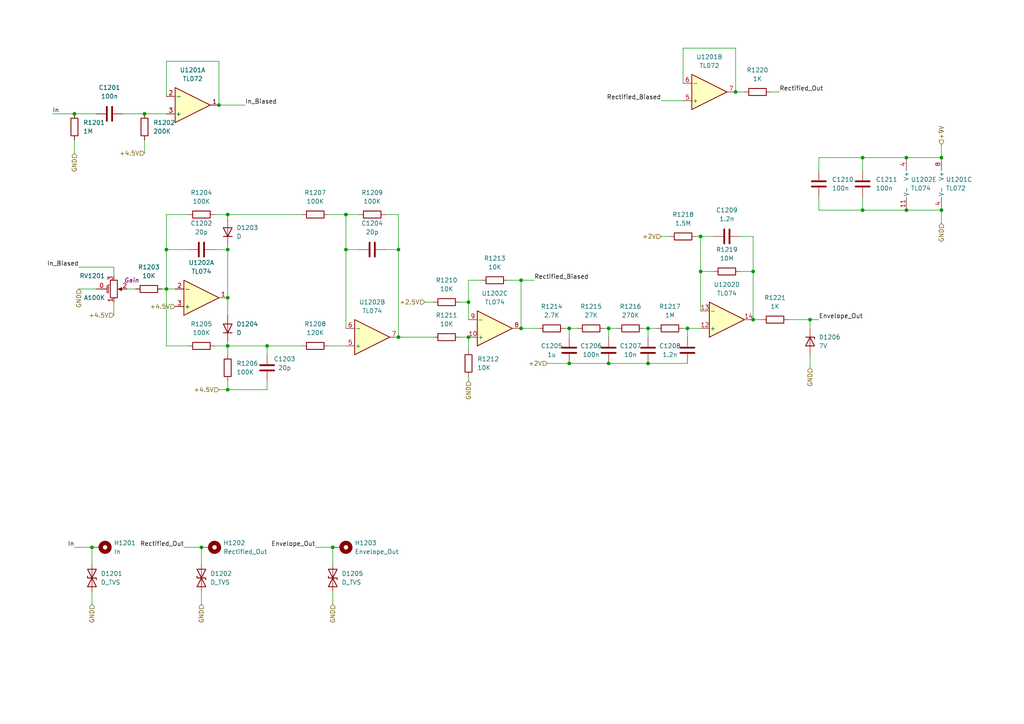
<source format=kicad_sch>
(kicad_sch (version 20211123) (generator eeschema)
  (paper "A4")
  (lib_symbols
    (symbol "Amplifier_Operational:TL072" (pin_names (offset 0.127))
      (property "Reference" "U" (at 0 5.08 0))
      (property "Value" "TL072" (at 0 -5.08 0))
      (symbol "TL072_1_1"
        (polyline (pts (xy -5.08 5.08) (xy 5.08 0) (xy -5.08 -5.08) (xy -5.08 5.08)) (stroke (width 0.254)) (fill (type background)))
        (pin output line (at 7.62 0 180) (length 2.54) (name "~") (number "1"))
        (pin input line (at -7.62 -2.54 0) (length 2.54) (name "-") (number "2"))
        (pin input line (at -7.62 2.54 0) (length 2.54) (name "+") (number "3"))
      )
      (symbol "TL072_2_1"
        (polyline (pts (xy -5.08 5.08) (xy 5.08 0) (xy -5.08 -5.08) (xy -5.08 5.08)) (stroke (width 0.254)) (fill (type background)))
        (pin input line (at -7.62 2.54 0) (length 2.54) (name "+") (number "5"))
        (pin input line (at -7.62 -2.54 0) (length 2.54) (name "-") (number "6"))
        (pin output line (at 7.62 0 180) (length 2.54) (name "~") (number "7"))
      )
      (symbol "TL072_3_1"
        (pin power_in line (at -2.54 -7.62 90) (length 3.81) (name "V-") (number "4"))
        (pin power_in line (at -2.54 7.62 270) (length 3.81) (name "V+") (number "8"))
      )
    )
    (symbol "Amplifier_Operational:TL074" (pin_names (offset 0.127))
      (property "Reference" "U" (at 0 5.08 0))
      (property "Value" "TL074" (at 0 -5.08 0))
      (symbol "TL074_1_1"
        (polyline (pts (xy -5.08 5.08) (xy 5.08 0) (xy -5.08 -5.08) (xy -5.08 5.08)) (stroke (width 0.254)) (fill (type background)))
        (pin output line (at 7.62 0 180) (length 2.54) (name "~") (number "1"))
        (pin input line (at -7.62 -2.54 0) (length 2.54) (name "-") (number "2"))
        (pin input line (at -7.62 2.54 0) (length 2.54) (name "+") (number "3"))
      )
      (symbol "TL074_2_1"
        (polyline (pts (xy -5.08 5.08) (xy 5.08 0) (xy -5.08 -5.08) (xy -5.08 5.08)) (stroke (width 0.254)) (fill (type background)))
        (pin input line (at -7.62 2.54 0) (length 2.54) (name "+") (number "5"))
        (pin input line (at -7.62 -2.54 0) (length 2.54) (name "-") (number "6"))
        (pin output line (at 7.62 0 180) (length 2.54) (name "~") (number "7"))
      )
      (symbol "TL074_3_1"
        (polyline (pts (xy -5.08 5.08) (xy 5.08 0) (xy -5.08 -5.08) (xy -5.08 5.08)) (stroke (width 0.254)) (fill (type background)))
        (pin input line (at -7.62 2.54 0) (length 2.54) (name "+") (number "10"))
        (pin output line (at 7.62 0 180) (length 2.54) (name "~") (number "8"))
        (pin input line (at -7.62 -2.54 0) (length 2.54) (name "-") (number "9"))
      )
      (symbol "TL074_4_1"
        (polyline (pts (xy -5.08 5.08) (xy 5.08 0) (xy -5.08 -5.08) (xy -5.08 5.08)) (stroke (width 0.254)) (fill (type background)))
        (pin input line (at -7.62 2.54 0) (length 2.54) (name "+") (number "12"))
        (pin input line (at -7.62 -2.54 0) (length 2.54) (name "-") (number "13"))
        (pin output line (at 7.62 0 180) (length 2.54) (name "~") (number "14"))
      )
      (symbol "TL074_5_1"
        (pin power_in line (at -2.54 -7.62 90) (length 3.81) (name "V-") (number "11"))
        (pin power_in line (at -2.54 7.62 270) (length 3.81) (name "V+") (number "4"))
      )
    )
    (symbol "Device:C" (pin_numbers hide) (pin_names (offset 0.254))
      (property "Reference" "C" (at 0.635 2.54 0))
      (property "Value" "C" (at 0.635 -2.54 0))
      (symbol "C_0_1"
        (polyline (pts (xy -2.032 -0.762) (xy 2.032 -0.762)) (stroke (width 0.508)))
        (polyline (pts (xy -2.032 0.762) (xy 2.032 0.762)) (stroke (width 0.508)))
      )
      (symbol "C_1_1"
        (pin passive line (at 0 3.81 270) (length 2.794) (name "~") (number "1"))
        (pin passive line (at 0 -3.81 90) (length 2.794) (name "~") (number "2"))
      )
    )
    (symbol "Device:D" (pin_numbers hide) (pin_names (offset 1.016) hide)
      (property "Reference" "D" (at 0 2.54 0))
      (property "Value" "D" (at 0 -2.54 0))
      (symbol "D_0_1"
        (polyline (pts (xy -1.27 1.27) (xy -1.27 -1.27)) (stroke (width 0.254)))
        (polyline (pts (xy 1.27 0) (xy -1.27 0)))
        (polyline (pts (xy 1.27 1.27) (xy 1.27 -1.27) (xy -1.27 0) (xy 1.27 1.27)) (stroke (width 0.254)))
      )
      (symbol "D_1_1"
        (pin passive line (at -3.81 0 0) (length 2.54) (name "K") (number "1"))
        (pin passive line (at 3.81 0 180) (length 2.54) (name "A") (number "2"))
      )
    )
    (symbol "Device:D_TVS" (pin_numbers hide) (pin_names (offset 1.016) hide)
      (property "Reference" "D" (at 0 2.54 0))
      (property "Value" "D_TVS" (at 0 -2.54 0))
      (symbol "D_TVS_0_1"
        (polyline (pts (xy 1.27 0) (xy -1.27 0)))
        (polyline (pts (xy 0.508 1.27) (xy 0 1.27) (xy 0 -1.27) (xy -0.508 -1.27)) (stroke (width 0.254)))
        (polyline (pts (xy -2.54 1.27) (xy -2.54 -1.27) (xy 2.54 1.27) (xy 2.54 -1.27) (xy -2.54 1.27)) (stroke (width 0.254)))
      )
      (symbol "D_TVS_1_1"
        (pin passive line (at -3.81 0 0) (length 2.54) (name "A1") (number "1"))
        (pin passive line (at 3.81 0 180) (length 2.54) (name "A2") (number "2"))
      )
    )
    (symbol "Device:D_Zener" (pin_numbers hide) (pin_names (offset 1.016) hide)
      (property "Reference" "D" (at 0 2.54 0))
      (property "Value" "D_Zener" (at 0 -2.54 0))
      (symbol "D_Zener_0_1"
        (polyline (pts (xy 1.27 0) (xy -1.27 0)))
        (polyline (pts (xy -1.27 -1.27) (xy -1.27 1.27) (xy -0.762 1.27)) (stroke (width 0.254)))
        (polyline (pts (xy 1.27 -1.27) (xy 1.27 1.27) (xy -1.27 0) (xy 1.27 -1.27)) (stroke (width 0.254)))
      )
      (symbol "D_Zener_1_1"
        (pin passive line (at -3.81 0 0) (length 2.54) (name "K") (number "1"))
        (pin passive line (at 3.81 0 180) (length 2.54) (name "A") (number "2"))
      )
    )
    (symbol "Device:R" (pin_numbers hide) (pin_names (offset 0))
      (property "Reference" "R" (at 2.032 0 90))
      (property "Value" "R" (at 0 0 90))
      (symbol "R_0_1"
        (rectangle (start -1.016 -2.54) (end 1.016 2.54) (stroke (width 0.254)))
      )
      (symbol "R_1_1"
        (pin passive line (at 0 3.81 270) (length 1.27) (name "~") (number "1"))
        (pin passive line (at 0 -3.81 90) (length 1.27) (name "~") (number "2"))
      )
    )
    (symbol "Mechanical:MountingHole_Pad" (pin_numbers hide) (pin_names (offset 1.016) hide)
      (property "Reference" "H" (at 0 6.35 0))
      (property "Value" "MountingHole_Pad" (at 0 4.445 0))
      (symbol "MountingHole_Pad_0_1"
        (circle (center 0 1.27) (radius 1.27) (stroke (width 1.27)))
      )
      (symbol "MountingHole_Pad_1_1"
        (pin input line (at 0 -2.54 90) (length 2.54) (name "1") (number "1"))
      )
    )
    (symbol "R0904NB10KL-25KQ:R_Potentiometer_Shield" (pin_names (offset 1.016) hide)
      (property "Reference" "RV" (at -8.255 0 90))
      (property "Value" "R_Potentiometer_Shield" (at -6.35 0 90))
      (symbol "R_Potentiometer_Shield_0_1"
        (polyline (pts (xy 2.54 0) (xy 1.524 0)))
        (polyline (pts (xy 1.143 0) (xy 2.286 0.508) (xy 2.286 -0.508)) (fill (type outline)))
        (rectangle (start 1.016 2.54) (end -1.016 -2.54) (stroke (width 0.254)))
      )
      (symbol "R_Potentiometer_Shield_1_1"
        (polyline (pts (xy -2.032 1.016) (xy -2.032 -1.016)) (stroke (width 0.1524)))
        (text "Mounting" (at -1.651 0 900) (effects (font (size 0.381 0.381))))
        (pin passive line (at -5.08 0 0) (length 3.048) (name "ShieldPin") (number "0"))
        (pin passive line (at 0 3.81 270) (length 1.27) (name "1") (number "1"))
        (pin passive line (at 3.81 0 180) (length 1.27) (name "2") (number "2"))
        (pin passive line (at 0 -3.81 90) (length 1.27) (name "3") (number "3"))
      )
    )
  )
  (junction (at 218.44 92.71))
  (junction (at 262.89 45.72))
  (junction (at 213.36 26.67))
  (junction (at 115.57 72.39))
  (junction (at 187.96 95.25))
  (junction (at 100.33 72.39))
  (junction (at 66.04 113.03))
  (junction (at 250.19 45.72))
  (junction (at 135.89 97.79))
  (junction (at 262.89 60.96))
  (junction (at 151.13 81.28))
  (junction (at 41.91 33.02))
  (junction (at 176.53 105.41))
  (junction (at 203.2 78.74))
  (junction (at 96.52 158.75))
  (junction (at 58.42 158.75))
  (junction (at 135.89 87.63))
  (junction (at 48.26 83.82))
  (junction (at 48.26 72.39))
  (junction (at 250.19 60.96))
  (junction (at 26.67 158.75))
  (junction (at 234.95 92.71))
  (junction (at 115.57 97.79))
  (junction (at 273.05 45.72))
  (junction (at 66.04 86.36))
  (junction (at 187.96 105.41))
  (junction (at 218.44 78.74))
  (junction (at 66.04 62.23))
  (junction (at 273.05 60.96))
  (junction (at 66.04 72.39))
  (junction (at 151.13 95.25))
  (junction (at 165.1 105.41))
  (junction (at 100.33 62.23))
  (junction (at 77.47 100.33))
  (junction (at 176.53 95.25))
  (junction (at 199.39 95.25))
  (junction (at 203.2 68.58))
  (junction (at 21.59 33.02))
  (junction (at 165.1 95.25))
  (junction (at 66.04 100.33))
  (junction (at 63.5 30.48))
  (wire (pts (xy 100.33 95.25) (xy 100.33 72.39)))
  (wire (pts (xy 21.59 40.64) (xy 21.59 44.45)))
  (wire (pts (xy 91.44 158.75) (xy 96.52 158.75)))
  (wire (pts (xy 176.53 95.25) (xy 179.07 95.25)))
  (wire (pts (xy 77.47 102.87) (xy 77.47 100.33)))
  (wire (pts (xy 66.04 110.49) (xy 66.04 113.03)))
  (wire (pts (xy 234.95 102.87) (xy 234.95 106.68)))
  (wire (pts (xy 250.19 60.96) (xy 262.89 60.96)))
  (wire (pts (xy 237.49 57.15) (xy 237.49 60.96)))
  (wire (pts (xy 133.35 87.63) (xy 135.89 87.63)))
  (wire (pts (xy 54.61 100.33) (xy 48.26 100.33)))
  (wire (pts (xy 66.04 71.12) (xy 66.04 72.39)))
  (wire (pts (xy 22.86 83.82) (xy 27.94 83.82)))
  (wire (pts (xy 96.52 171.45) (xy 96.52 175.26)))
  (wire (pts (xy 176.53 95.25) (xy 175.26 95.25)))
  (wire (pts (xy 62.23 62.23) (xy 66.04 62.23)))
  (wire (pts (xy 33.02 77.47) (xy 33.02 80.01)))
  (wire (pts (xy 46.99 83.82) (xy 48.26 83.82)))
  (wire (pts (xy 203.2 78.74) (xy 203.2 90.17)))
  (wire (pts (xy 21.59 158.75) (xy 26.67 158.75)))
  (wire (pts (xy 223.52 26.67) (xy 226.06 26.67)))
  (wire (pts (xy 100.33 72.39) (xy 104.14 72.39)))
  (wire (pts (xy 158.75 105.41) (xy 165.1 105.41)))
  (wire (pts (xy 135.89 109.22) (xy 135.89 110.49)))
  (wire (pts (xy 237.49 45.72) (xy 250.19 45.72)))
  (wire (pts (xy 26.67 171.45) (xy 26.67 175.26)))
  (wire (pts (xy 199.39 95.25) (xy 203.2 95.25)))
  (wire (pts (xy 111.76 72.39) (xy 115.57 72.39)))
  (wire (pts (xy 62.23 100.33) (xy 66.04 100.33)))
  (wire (pts (xy 234.95 92.71) (xy 237.49 92.71)))
  (wire (pts (xy 250.19 45.72) (xy 250.19 49.53)))
  (wire (pts (xy 151.13 81.28) (xy 151.13 95.25)))
  (wire (pts (xy 187.96 95.25) (xy 190.5 95.25)))
  (wire (pts (xy 165.1 105.41) (xy 176.53 105.41)))
  (wire (pts (xy 186.69 95.25) (xy 187.96 95.25)))
  (wire (pts (xy 151.13 81.28) (xy 154.94 81.28)))
  (wire (pts (xy 165.1 95.25) (xy 167.64 95.25)))
  (wire (pts (xy 58.42 158.75) (xy 58.42 163.83)))
  (wire (pts (xy 135.89 81.28) (xy 139.7 81.28)))
  (wire (pts (xy 203.2 78.74) (xy 207.01 78.74)))
  (wire (pts (xy 95.25 62.23) (xy 100.33 62.23)))
  (wire (pts (xy 66.04 72.39) (xy 66.04 86.36)))
  (wire (pts (xy 115.57 62.23) (xy 115.57 72.39)))
  (wire (pts (xy 77.47 100.33) (xy 87.63 100.33)))
  (wire (pts (xy 250.19 57.15) (xy 250.19 60.96)))
  (wire (pts (xy 21.59 33.02) (xy 27.94 33.02)))
  (wire (pts (xy 133.35 97.79) (xy 135.89 97.79)))
  (wire (pts (xy 26.67 158.75) (xy 26.67 163.83)))
  (wire (pts (xy 165.1 95.25) (xy 163.83 95.25)))
  (wire (pts (xy 199.39 95.25) (xy 198.12 95.25)))
  (wire (pts (xy 228.6 92.71) (xy 234.95 92.71)))
  (wire (pts (xy 234.95 92.71) (xy 234.95 95.25)))
  (wire (pts (xy 48.26 62.23) (xy 48.26 72.39)))
  (wire (pts (xy 48.26 72.39) (xy 48.26 83.82)))
  (wire (pts (xy 35.56 33.02) (xy 41.91 33.02)))
  (wire (pts (xy 48.26 27.94) (xy 48.26 17.78)))
  (wire (pts (xy 66.04 99.06) (xy 66.04 100.33)))
  (wire (pts (xy 187.96 95.25) (xy 187.96 97.79)))
  (wire (pts (xy 262.89 45.72) (xy 273.05 45.72)))
  (wire (pts (xy 191.77 68.58) (xy 194.31 68.58)))
  (wire (pts (xy 218.44 92.71) (xy 220.98 92.71)))
  (wire (pts (xy 151.13 95.25) (xy 156.21 95.25)))
  (wire (pts (xy 203.2 68.58) (xy 203.2 78.74)))
  (wire (pts (xy 213.36 13.97) (xy 213.36 26.67)))
  (wire (pts (xy 48.26 17.78) (xy 63.5 17.78)))
  (wire (pts (xy 123.19 87.63) (xy 125.73 87.63)))
  (wire (pts (xy 48.26 72.39) (xy 54.61 72.39)))
  (wire (pts (xy 62.23 72.39) (xy 66.04 72.39)))
  (wire (pts (xy 191.77 29.21) (xy 198.12 29.21)))
  (wire (pts (xy 36.83 83.82) (xy 39.37 83.82)))
  (wire (pts (xy 96.52 158.75) (xy 96.52 163.83)))
  (wire (pts (xy 135.89 97.79) (xy 135.89 101.6)))
  (wire (pts (xy 41.91 40.64) (xy 41.91 44.45)))
  (wire (pts (xy 187.96 105.41) (xy 199.39 105.41)))
  (wire (pts (xy 176.53 97.79) (xy 176.53 95.25)))
  (wire (pts (xy 66.04 100.33) (xy 77.47 100.33)))
  (wire (pts (xy 53.34 158.75) (xy 58.42 158.75)))
  (wire (pts (xy 100.33 62.23) (xy 104.14 62.23)))
  (wire (pts (xy 77.47 110.49) (xy 77.47 113.03)))
  (wire (pts (xy 218.44 68.58) (xy 218.44 78.74)))
  (wire (pts (xy 66.04 62.23) (xy 87.63 62.23)))
  (wire (pts (xy 135.89 87.63) (xy 135.89 92.71)))
  (wire (pts (xy 22.86 77.47) (xy 33.02 77.47)))
  (wire (pts (xy 199.39 97.79) (xy 199.39 95.25)))
  (wire (pts (xy 33.02 87.63) (xy 33.02 91.44)))
  (wire (pts (xy 58.42 171.45) (xy 58.42 175.26)))
  (wire (pts (xy 63.5 113.03) (xy 66.04 113.03)))
  (wire (pts (xy 214.63 68.58) (xy 218.44 68.58)))
  (wire (pts (xy 48.26 83.82) (xy 50.8 83.82)))
  (wire (pts (xy 213.36 26.67) (xy 215.9 26.67)))
  (wire (pts (xy 135.89 87.63) (xy 135.89 81.28)))
  (wire (pts (xy 198.12 24.13) (xy 198.12 13.97)))
  (wire (pts (xy 54.61 62.23) (xy 48.26 62.23)))
  (wire (pts (xy 66.04 100.33) (xy 66.04 102.87)))
  (wire (pts (xy 63.5 30.48) (xy 71.12 30.48)))
  (wire (pts (xy 273.05 60.96) (xy 273.05 64.77)))
  (wire (pts (xy 214.63 78.74) (xy 218.44 78.74)))
  (wire (pts (xy 237.49 49.53) (xy 237.49 45.72)))
  (wire (pts (xy 48.26 83.82) (xy 48.26 100.33)))
  (wire (pts (xy 66.04 63.5) (xy 66.04 62.23)))
  (wire (pts (xy 176.53 105.41) (xy 187.96 105.41)))
  (wire (pts (xy 147.32 81.28) (xy 151.13 81.28)))
  (wire (pts (xy 237.49 60.96) (xy 250.19 60.96)))
  (wire (pts (xy 66.04 113.03) (xy 77.47 113.03)))
  (wire (pts (xy 198.12 13.97) (xy 213.36 13.97)))
  (wire (pts (xy 115.57 97.79) (xy 125.73 97.79)))
  (wire (pts (xy 95.25 100.33) (xy 100.33 100.33)))
  (wire (pts (xy 203.2 68.58) (xy 207.01 68.58)))
  (wire (pts (xy 203.2 68.58) (xy 201.93 68.58)))
  (wire (pts (xy 115.57 72.39) (xy 115.57 97.79)))
  (wire (pts (xy 262.89 60.96) (xy 273.05 60.96)))
  (wire (pts (xy 273.05 41.91) (xy 273.05 45.72)))
  (wire (pts (xy 218.44 78.74) (xy 218.44 92.71)))
  (wire (pts (xy 165.1 97.79) (xy 165.1 95.25)))
  (wire (pts (xy 100.33 72.39) (xy 100.33 62.23)))
  (wire (pts (xy 66.04 86.36) (xy 66.04 91.44)))
  (wire (pts (xy 111.76 62.23) (xy 115.57 62.23)))
  (wire (pts (xy 41.91 33.02) (xy 48.26 33.02)))
  (wire (pts (xy 250.19 45.72) (xy 262.89 45.72)))
  (wire (pts (xy 63.5 17.78) (xy 63.5 30.48)))
  (wire (pts (xy 15.24 33.02) (xy 21.59 33.02)))
  (label "Envelope_Out" (at 91.44 158.75 180))
  (label "Envelope_Out" (at 237.49 92.71 0))
  (label "In" (at 21.59 158.75 180))
  (label "Rectified_Out" (at 226.06 26.67 0))
  (label "In" (at 15.24 33.02 0))
  (label "In_Biased" (at 71.12 30.48 0))
  (label "Rectified_Out" (at 53.34 158.75 180))
  (label "Rectified_Biased" (at 154.94 81.28 0))
  (label "Rectified_Biased" (at 191.77 29.21 180))
  (label "In_Biased" (at 22.86 77.47 180))
  (hierarchical_label "GND" (shape input) (at 135.89 110.49 270))
  (hierarchical_label "GND" (shape input) (at 26.67 175.26 270))
  (hierarchical_label "GND" (shape input) (at 273.05 64.77 270))
  (hierarchical_label "GND" (shape input) (at 234.95 106.68 270))
  (hierarchical_label "+2.5V" (shape input) (at 123.19 87.63 180))
  (hierarchical_label "+4.5V" (shape input) (at 33.02 91.44 180))
  (hierarchical_label "+2V" (shape input) (at 191.77 68.58 180))
  (hierarchical_label "+4.5V" (shape input) (at 63.5 113.03 180))
  (hierarchical_label "GND" (shape input) (at 22.86 83.82 270))
  (hierarchical_label "+2V" (shape input) (at 158.75 105.41 180))
  (hierarchical_label "GND" (shape input) (at 96.52 175.26 270))
  (hierarchical_label "+4.5V" (shape input) (at 50.8 88.9 180))
  (hierarchical_label "GND" (shape input) (at 21.59 44.45 270))
  (hierarchical_label "+4.5V" (shape input) (at 41.91 44.45 180))
  (hierarchical_label "GND" (shape input) (at 58.42 175.26 270))
  (hierarchical_label "+9V" (shape input) (at 273.05 41.91 90))
  (symbol (lib_id "Amplifier_Operational:TL074") (at 58.42 86.36 0) (mirror x) (unit 1)
    (property "Reference" "U1202" (at 58.42 76.2 0))
    (property "Value" "TL074" (at 58.42 78.74 0))
    (property "Footprint" "Package_SO:SOIC-14_3.9x8.7mm_P1.27mm" (effects hide))
    (property "Datasheet" "http://www.ti.com/lit/ds/symlink/tl071.pdf" (effects hide))
  )
  (symbol (lib_id "Device:D") (at 66.04 67.31 90) (unit 1)
    (property "Reference" "D1203" (at 68.58 66.0399 90) (effects (justify right)))
    (property "Value" "D" (at 68.58 68.5799 90) (effects (justify right)))
    (property "Footprint" "Diode_SMD:D_SOD-323_HandSoldering" (effects hide))
  )
  (symbol (lib_id "R0904NB10KL-25KQ:R_Potentiometer_Shield") (at 33.02 83.82 0) (mirror x) (unit 1)
    (property "Reference" "RV1201" (at 30.48 80.01 0) (effects (justify right)))
    (property "Value" "A100K" (at 30.48 86.36 0) (effects (justify right)))
    (property "Footprint" "R0904NB10KL-25KQ:V2_TRIM_R0904NB10KL-25KQ-" (effects hide))
    (property "Role" "Gain" (at 38.1 81.28 0) (effects (font italic)))
  )
  (symbol (lib_id "Device:R") (at 43.18 83.82 90) (unit 1)
    (property "Reference" "R1203" (at 43.18 77.47 90))
    (property "Value" "10K" (at 43.18 80.01 90))
    (property "Footprint" "Resistor_SMD:R_0603_1608Metric_Pad0.98x0.95mm_HandSolder" (effects hide))
  )
  (symbol (lib_id "Device:C") (at 165.1 101.6 0) (unit 1)
    (property "Reference" "C1205" (at 160.02 100.33 0))
    (property "Value" "1u" (at 160.02 102.87 0))
    (property "Footprint" "Capacitor_SMD:C_0603_1608Metric_Pad1.08x0.95mm_HandSolder" (effects hide))
  )
  (symbol (lib_id "Device:R") (at 91.44 62.23 90) (unit 1)
    (property "Reference" "R1207" (at 91.44 55.88 90))
    (property "Value" "100K" (at 91.44 58.42 90))
    (property "Footprint" "Resistor_SMD:R_0603_1608Metric_Pad0.98x0.95mm_HandSolder" (effects hide))
  )
  (symbol (lib_id "Device:C") (at 176.53 101.6 0) (unit 1)
    (property "Reference" "C1206" (at 171.45 100.33 0))
    (property "Value" "100n" (at 171.45 102.87 0))
    (property "Footprint" "Capacitor_SMD:C_0603_1608Metric_Pad1.08x0.95mm_HandSolder" (effects hide))
  )
  (symbol (lib_id "Device:R") (at 21.59 36.83 0) (unit 1)
    (property "Reference" "R1201" (at 24.13 35.5599 0) (effects (justify left)))
    (property "Value" "1M" (at 24.13 38.0999 0) (effects (justify left)))
    (property "Footprint" "Resistor_SMD:R_0603_1608Metric_Pad0.98x0.95mm_HandSolder" (effects hide))
  )
  (symbol (lib_id "Mechanical:MountingHole_Pad") (at 60.96 158.75 270) (unit 1)
    (property "Reference" "H1202" (at 64.77 157.4799 90) (effects (justify left)))
    (property "Value" "Rectified_Out" (at 64.77 160.0199 90) (effects (justify left)))
    (property "Footprint" "MountingHole:MountingHole_4.3mm_M4_Pad_TopBottom" (effects hide))
  )
  (symbol (lib_id "Device:C") (at 77.47 106.68 180) (unit 1)
    (property "Reference" "C1203" (at 82.55 104.14 0))
    (property "Value" "20p" (at 82.55 106.68 0))
    (property "Footprint" "Capacitor_SMD:C_0603_1608Metric_Pad1.08x0.95mm_HandSolder" (effects hide))
  )
  (symbol (lib_id "Amplifier_Operational:TL072") (at 275.59 53.34 0) (unit 3)
    (property "Reference" "U1201" (at 274.32 52.0699 0) (effects (justify left)))
    (property "Value" "TL072" (at 274.32 54.6099 0) (effects (justify left)))
    (property "Footprint" "Package_SO:SOIC-8_3.9x4.9mm_P1.27mm" (effects hide))
    (property "Datasheet" "http://www.ti.com/lit/ds/symlink/tl071.pdf" (effects hide))
  )
  (symbol (lib_id "Mechanical:MountingHole_Pad") (at 29.21 158.75 270) (unit 1)
    (property "Reference" "H1201" (at 33.02 157.4799 90) (effects (justify left)))
    (property "Value" "In" (at 33.02 160.0199 90) (effects (justify left)))
    (property "Footprint" "MountingHole:MountingHole_4.3mm_M4_Pad_TopBottom" (effects hide))
  )
  (symbol (lib_id "Amplifier_Operational:TL074") (at 143.51 95.25 0) (mirror x) (unit 3)
    (property "Reference" "U1202" (at 143.51 85.09 0))
    (property "Value" "TL074" (at 143.51 87.63 0))
    (property "Footprint" "Package_SO:SOIC-14_3.9x8.7mm_P1.27mm" (effects hide))
    (property "Datasheet" "http://www.ti.com/lit/ds/symlink/tl071.pdf" (effects hide))
  )
  (symbol (lib_id "Device:R") (at 107.95 62.23 90) (unit 1)
    (property "Reference" "R1209" (at 107.95 55.88 90))
    (property "Value" "100K" (at 107.95 58.42 90))
    (property "Footprint" "Resistor_SMD:R_0603_1608Metric_Pad0.98x0.95mm_HandSolder" (effects hide))
  )
  (symbol (lib_id "Device:R") (at 224.79 92.71 90) (unit 1)
    (property "Reference" "R1221" (at 224.79 86.36 90))
    (property "Value" "1K" (at 224.79 88.9 90))
    (property "Footprint" "Resistor_SMD:R_0603_1608Metric_Pad0.98x0.95mm_HandSolder" (effects hide))
  )
  (symbol (lib_id "Device:D") (at 66.04 95.25 90) (unit 1)
    (property "Reference" "D1204" (at 68.58 93.9799 90) (effects (justify right)))
    (property "Value" "D" (at 68.58 96.5199 90) (effects (justify right)))
    (property "Footprint" "Diode_SMD:D_SOD-323_HandSoldering" (effects hide))
  )
  (symbol (lib_id "Device:C") (at 250.19 53.34 0) (unit 1)
    (property "Reference" "C1211" (at 254 52.0699 0) (effects (justify left)))
    (property "Value" "100n" (at 254 54.6099 0) (effects (justify left)))
    (property "Footprint" "Capacitor_SMD:C_0603_1608Metric_Pad1.08x0.95mm_HandSolder" (effects hide))
  )
  (symbol (lib_id "Device:C") (at 58.42 72.39 270) (unit 1)
    (property "Reference" "C1202" (at 58.42 64.77 90))
    (property "Value" "20p" (at 58.42 67.31 90))
    (property "Footprint" "Capacitor_SMD:C_0603_1608Metric_Pad1.08x0.95mm_HandSolder" (effects hide))
  )
  (symbol (lib_id "Device:R") (at 182.88 95.25 90) (unit 1)
    (property "Reference" "R1216" (at 182.88 88.9 90))
    (property "Value" "270K" (at 182.88 91.44 90))
    (property "Footprint" "Resistor_SMD:R_0603_1608Metric_Pad0.98x0.95mm_HandSolder" (effects hide))
  )
  (symbol (lib_id "Device:D_TVS") (at 26.67 167.64 90) (unit 1)
    (property "Reference" "D1201" (at 29.21 166.3699 90) (effects (justify right)))
    (property "Value" "D_TVS" (at 29.21 168.9099 90) (effects (justify right)))
    (property "Footprint" "Diode_SMD:D_SOD-323_HandSoldering" (effects hide))
  )
  (symbol (lib_id "Amplifier_Operational:TL072") (at 205.74 26.67 0) (mirror x) (unit 2)
    (property "Reference" "U1201" (at 205.74 16.51 0))
    (property "Value" "TL072" (at 205.74 19.05 0))
    (property "Footprint" "Package_SO:SOIC-8_3.9x4.9mm_P1.27mm" (effects hide))
    (property "Datasheet" "http://www.ti.com/lit/ds/symlink/tl071.pdf" (effects hide))
  )
  (symbol (lib_id "Device:C") (at 210.82 68.58 270) (unit 1)
    (property "Reference" "C1209" (at 210.82 60.96 90))
    (property "Value" "1.2n" (at 210.82 63.5 90))
    (property "Footprint" "Capacitor_SMD:C_0603_1608Metric_Pad1.08x0.95mm_HandSolder" (effects hide))
  )
  (symbol (lib_id "Device:R") (at 194.31 95.25 90) (unit 1)
    (property "Reference" "R1217" (at 194.31 88.9 90))
    (property "Value" "1M" (at 194.31 91.44 90))
    (property "Footprint" "Resistor_SMD:R_0603_1608Metric_Pad0.98x0.95mm_HandSolder" (effects hide))
  )
  (symbol (lib_id "Device:D_TVS") (at 96.52 167.64 90) (unit 1)
    (property "Reference" "D1205" (at 99.06 166.3699 90) (effects (justify right)))
    (property "Value" "D_TVS" (at 99.06 168.9099 90) (effects (justify right)))
    (property "Footprint" "Diode_SMD:D_SOD-323_HandSoldering" (effects hide))
  )
  (symbol (lib_id "Device:R") (at 41.91 36.83 0) (unit 1)
    (property "Reference" "R1202" (at 44.45 35.5599 0) (effects (justify left)))
    (property "Value" "200K" (at 44.45 38.0999 0) (effects (justify left)))
    (property "Footprint" "Resistor_SMD:R_0603_1608Metric_Pad0.98x0.95mm_HandSolder" (effects hide))
  )
  (symbol (lib_id "Device:R") (at 171.45 95.25 90) (unit 1)
    (property "Reference" "R1215" (at 171.45 88.9 90))
    (property "Value" "27K" (at 171.45 91.44 90))
    (property "Footprint" "Resistor_SMD:R_0603_1608Metric_Pad0.98x0.95mm_HandSolder" (effects hide))
  )
  (symbol (lib_id "Device:C") (at 31.75 33.02 90) (unit 1)
    (property "Reference" "C1201" (at 31.75 25.4 90))
    (property "Value" "100n" (at 31.75 27.94 90))
    (property "Footprint" "Capacitor_SMD:C_0603_1608Metric_Pad1.08x0.95mm_HandSolder" (effects hide))
  )
  (symbol (lib_id "Device:R") (at 129.54 87.63 90) (unit 1)
    (property "Reference" "R1210" (at 129.54 81.28 90))
    (property "Value" "10K" (at 129.54 83.82 90))
    (property "Footprint" "Resistor_SMD:R_0603_1608Metric_Pad0.98x0.95mm_HandSolder" (effects hide))
  )
  (symbol (lib_id "Device:D_Zener") (at 234.95 99.06 270) (unit 1)
    (property "Reference" "D1206" (at 237.49 97.7899 90) (effects (justify left)))
    (property "Value" "7V" (at 237.49 100.3299 90) (effects (justify left)))
    (property "Footprint" "Diode_SMD:D_SOD-323_HandSoldering" (effects hide))
  )
  (symbol (lib_id "Device:R") (at 129.54 97.79 90) (unit 1)
    (property "Reference" "R1211" (at 129.54 91.44 90))
    (property "Value" "10K" (at 129.54 93.98 90))
    (property "Footprint" "Resistor_SMD:R_0603_1608Metric_Pad0.98x0.95mm_HandSolder" (effects hide))
  )
  (symbol (lib_id "Device:R") (at 58.42 62.23 90) (unit 1)
    (property "Reference" "R1204" (at 58.42 55.88 90))
    (property "Value" "100K" (at 58.42 58.42 90))
    (property "Footprint" "Resistor_SMD:R_0603_1608Metric_Pad0.98x0.95mm_HandSolder" (effects hide))
  )
  (symbol (lib_id "Device:R") (at 135.89 105.41 180) (unit 1)
    (property "Reference" "R1212" (at 138.43 104.1399 0) (effects (justify right)))
    (property "Value" "10K" (at 138.43 106.6799 0) (effects (justify right)))
    (property "Footprint" "Resistor_SMD:R_0603_1608Metric_Pad0.98x0.95mm_HandSolder" (effects hide))
  )
  (symbol (lib_id "Mechanical:MountingHole_Pad") (at 99.06 158.75 270) (unit 1)
    (property "Reference" "H1203" (at 102.87 157.4799 90) (effects (justify left)))
    (property "Value" "Envelope_Out" (at 102.87 160.0199 90) (effects (justify left)))
    (property "Footprint" "MountingHole:MountingHole_4.3mm_M4_Pad_TopBottom" (effects hide))
  )
  (symbol (lib_id "Device:C") (at 107.95 72.39 270) (unit 1)
    (property "Reference" "C1204" (at 107.95 64.77 90))
    (property "Value" "20p" (at 107.95 67.31 90))
    (property "Footprint" "Capacitor_SMD:C_0603_1608Metric_Pad1.08x0.95mm_HandSolder" (effects hide))
  )
  (symbol (lib_id "Device:D_TVS") (at 58.42 167.64 90) (unit 1)
    (property "Reference" "D1202" (at 60.96 166.3699 90) (effects (justify right)))
    (property "Value" "D_TVS" (at 60.96 168.9099 90) (effects (justify right)))
    (property "Footprint" "Diode_SMD:D_SOD-323_HandSoldering" (effects hide))
  )
  (symbol (lib_id "Device:R") (at 219.71 26.67 90) (unit 1)
    (property "Reference" "R1220" (at 219.71 20.32 90))
    (property "Value" "1K" (at 219.71 22.86 90))
    (property "Footprint" "Resistor_SMD:R_0603_1608Metric_Pad0.98x0.95mm_HandSolder" (effects hide))
  )
  (symbol (lib_id "Device:R") (at 160.02 95.25 90) (unit 1)
    (property "Reference" "R1214" (at 160.02 88.9 90))
    (property "Value" "2.7K" (at 160.02 91.44 90))
    (property "Footprint" "Resistor_SMD:R_0603_1608Metric_Pad0.98x0.95mm_HandSolder" (effects hide))
  )
  (symbol (lib_id "Device:R") (at 66.04 106.68 180) (unit 1)
    (property "Reference" "R1206" (at 68.58 105.4099 0) (effects (justify right)))
    (property "Value" "100K" (at 68.58 107.9499 0) (effects (justify right)))
    (property "Footprint" "Resistor_SMD:R_0603_1608Metric_Pad0.98x0.95mm_HandSolder" (effects hide))
  )
  (symbol (lib_id "Device:C") (at 187.96 101.6 0) (unit 1)
    (property "Reference" "C1207" (at 182.88 100.33 0))
    (property "Value" "10n" (at 182.88 102.87 0))
    (property "Footprint" "Capacitor_SMD:C_0603_1608Metric_Pad1.08x0.95mm_HandSolder" (effects hide))
  )
  (symbol (lib_id "Device:R") (at 143.51 81.28 90) (unit 1)
    (property "Reference" "R1213" (at 143.51 74.93 90))
    (property "Value" "10K" (at 143.51 77.47 90))
    (property "Footprint" "Resistor_SMD:R_0603_1608Metric_Pad0.98x0.95mm_HandSolder" (effects hide))
  )
  (symbol (lib_id "Amplifier_Operational:TL074") (at 107.95 97.79 0) (mirror x) (unit 2)
    (property "Reference" "U1202" (at 107.95 87.63 0))
    (property "Value" "TL074" (at 107.95 90.17 0))
    (property "Footprint" "Package_SO:SOIC-14_3.9x8.7mm_P1.27mm" (effects hide))
    (property "Datasheet" "http://www.ti.com/lit/ds/symlink/tl071.pdf" (effects hide))
  )
  (symbol (lib_id "Amplifier_Operational:TL072") (at 55.88 30.48 0) (mirror x) (unit 1)
    (property "Reference" "U1201" (at 55.88 20.32 0))
    (property "Value" "TL072" (at 55.88 22.86 0))
    (property "Footprint" "Package_SO:SOIC-8_3.9x4.9mm_P1.27mm" (effects hide))
    (property "Datasheet" "http://www.ti.com/lit/ds/symlink/tl071.pdf" (effects hide))
  )
  (symbol (lib_id "Amplifier_Operational:TL074") (at 210.82 92.71 0) (mirror x) (unit 4)
    (property "Reference" "U1202" (at 210.82 82.55 0))
    (property "Value" "TL074" (at 210.82 85.09 0))
    (property "Footprint" "Package_SO:SOIC-14_3.9x8.7mm_P1.27mm" (effects hide))
    (property "Datasheet" "http://www.ti.com/lit/ds/symlink/tl071.pdf" (effects hide))
  )
  (symbol (lib_id "Device:C") (at 199.39 101.6 0) (unit 1)
    (property "Reference" "C1208" (at 194.31 100.33 0))
    (property "Value" "1.2n" (at 194.31 102.87 0))
    (property "Footprint" "Capacitor_SMD:C_0603_1608Metric_Pad1.08x0.95mm_HandSolder" (effects hide))
  )
  (symbol (lib_id "Device:R") (at 210.82 78.74 90) (unit 1)
    (property "Reference" "R1219" (at 210.82 72.39 90))
    (property "Value" "10M" (at 210.82 74.93 90))
    (property "Footprint" "Resistor_SMD:R_0603_1608Metric_Pad0.98x0.95mm_HandSolder" (effects hide))
  )
  (symbol (lib_id "Device:C") (at 237.49 53.34 0) (unit 1)
    (property "Reference" "C1210" (at 241.3 52.0699 0) (effects (justify left)))
    (property "Value" "100n" (at 241.3 54.6099 0) (effects (justify left)))
    (property "Footprint" "Capacitor_SMD:C_0603_1608Metric_Pad1.08x0.95mm_HandSolder" (effects hide))
  )
  (symbol (lib_id "Device:R") (at 91.44 100.33 90) (unit 1)
    (property "Reference" "R1208" (at 91.44 93.98 90))
    (property "Value" "120K" (at 91.44 96.52 90))
    (property "Footprint" "Resistor_SMD:R_0603_1608Metric_Pad0.98x0.95mm_HandSolder" (effects hide))
  )
  (symbol (lib_id "Device:R") (at 58.42 100.33 90) (unit 1)
    (property "Reference" "R1205" (at 58.42 93.98 90))
    (property "Value" "100K" (at 58.42 96.52 90))
    (property "Footprint" "Resistor_SMD:R_0603_1608Metric_Pad0.98x0.95mm_HandSolder" (effects hide))
  )
  (symbol (lib_id "Amplifier_Operational:TL074") (at 265.43 53.34 0) (unit 5)
    (property "Reference" "U1202" (at 264.16 52.0699 0) (effects (justify left)))
    (property "Value" "TL074" (at 264.16 54.6099 0) (effects (justify left)))
    (property "Footprint" "Package_SO:SOIC-14_3.9x8.7mm_P1.27mm" (effects hide))
    (property "Datasheet" "http://www.ti.com/lit/ds/symlink/tl071.pdf" (effects hide))
  )
  (symbol (lib_id "Device:R") (at 198.12 68.58 90) (unit 1)
    (property "Reference" "R1218" (at 198.12 62.23 90))
    (property "Value" "1.5M" (at 198.12 64.77 90))
    (property "Footprint" "Resistor_SMD:R_0603_1608Metric_Pad0.98x0.95mm_HandSolder" (effects hide))
  )
)
</source>
